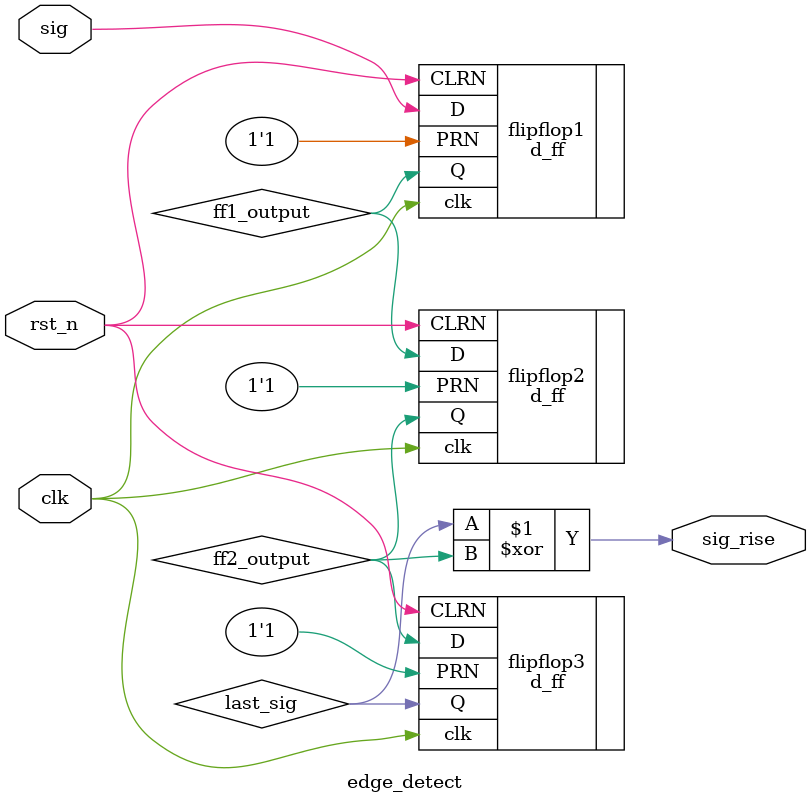
<source format=sv>
module edge_detect(
  input clk,			// hook to CLK of flops
  input rst_n,			// hook to PRN
  input sig,			// signal we are detecting a rising edge on
  output sig_rise		// high for 1 clock cycle on rise of sig
);

	//////////////////////////////////////////
	// Declare any needed internal signals //
	////////////////////////////////////////
	logic ff1_output;
	logic ff2_output;
	logic last_sig;
	
	
	///////////////////////////////////////////////////////
	// Instantiate flops to synchronize and edge detect //
	/////////////////////////////////////////////////////
	d_ff flipflop1(.clk(clk), .D(sig), .CLRN(rst_n), .PRN(1'b1), .Q(ff1_output));
	d_ff flipflop2(.clk(clk), .D(ff1_output), .CLRN(rst_n), .PRN(1'b1), .Q(ff2_output));
	d_ff flipflop3(.clk(clk), .D(ff2_output), .CLRN(rst_n), .PRN(1'b1), .Q(last_sig));
	
	xor lastsigXOR(sig_rise, last_sig, ff2_output);
	
    
	//////////////////////////////////////////////////////////
	// Infer any needed logic (data flow) to form sig_rise //
	////////////////////////////////////////////////////////
    	
	
endmodule
</source>
